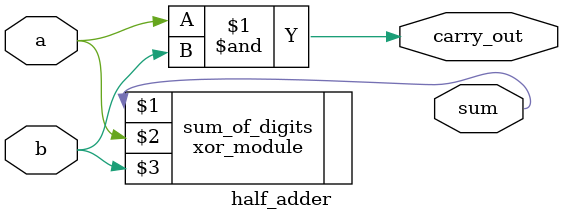
<source format=v>
module half_adder(sum, carry_out, a, b);
input a, b;
output sum, carry_out;

xor_module sum_of_digits(sum, a, b);
and carry_of_sum(carry_out, a, b);

endmodule
</source>
